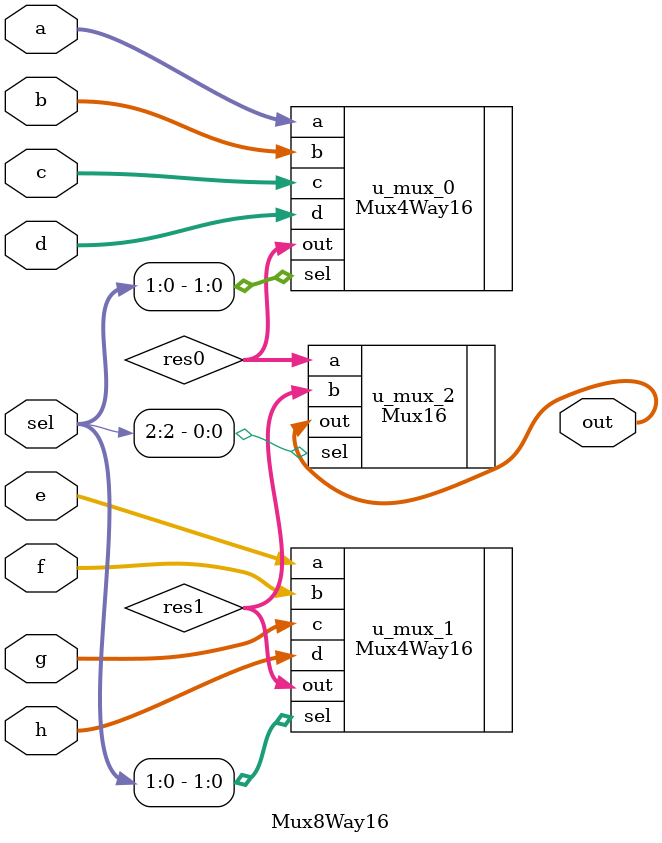
<source format=v>
`timescale 1ns / 1ps

module Mux8Way16 (
    input   [15:0]  a   ,
    input   [15:0]  b   ,
    input   [15:0]  c   ,
    input   [15:0]  d   ,
    input   [15:0]  e   ,
    input   [15:0]  f   ,
    input   [15:0]  g   ,
    input   [15:0]  h   ,
    input   [2:0]   sel ,
    output  [15:0]  out );

wire [15:0] res0, res1;

Mux4Way16 u_mux_0 ( .a(a), .b(b), .c(c), .d(d), .sel(sel[1:0]), .out(res0) );
Mux4Way16 u_mux_1 ( .a(e), .b(f), .c(g), .d(h), .sel(sel[1:0]), .out(res1) );
Mux16 u_mux_2 ( .a(res0), .b(res1), .sel(sel[2]), .out(out) );
    
endmodule

</source>
